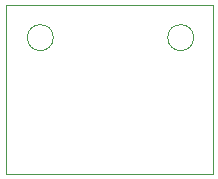
<source format=gm1>
%TF.GenerationSoftware,KiCad,Pcbnew,7.0.2*%
%TF.CreationDate,2025-03-07T16:02:18-05:00*%
%TF.ProjectId,2PAM8904,3250414d-3839-4303-942e-6b696361645f,rev?*%
%TF.SameCoordinates,Original*%
%TF.FileFunction,Profile,NP*%
%FSLAX46Y46*%
G04 Gerber Fmt 4.6, Leading zero omitted, Abs format (unit mm)*
G04 Created by KiCad (PCBNEW 7.0.2) date 2025-03-07 16:02:18*
%MOMM*%
%LPD*%
G01*
G04 APERTURE LIST*
%TA.AperFunction,Profile*%
%ADD10C,0.100000*%
%TD*%
G04 APERTURE END LIST*
D10*
X123477200Y-83439000D02*
G75*
G03*
X123477200Y-83439000I-1100000J0D01*
G01*
X125095000Y-94996000D02*
X107569000Y-94996000D01*
X107569000Y-80645000D02*
X125095000Y-80645000D01*
X111590000Y-83439000D02*
G75*
G03*
X111590000Y-83439000I-1100000J0D01*
G01*
X107569000Y-94996000D02*
X107569000Y-80645000D01*
X125095000Y-80645000D02*
X125095000Y-94996000D01*
M02*

</source>
